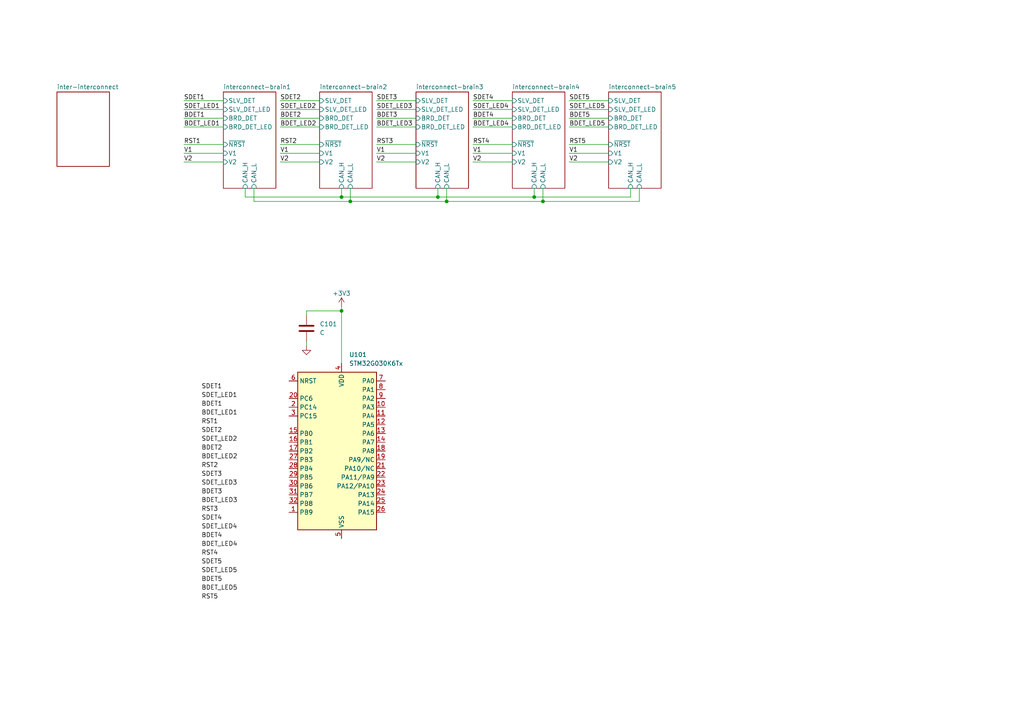
<source format=kicad_sch>
(kicad_sch (version 20230121) (generator eeschema)
  (paper "A4")
  (lib_symbols
    (symbol "Device:C" (pin_numbers hide) (pin_names (offset 0.254))
      (property "Reference" "C" (at 0.635 2.54 0))
      (property "Value" "C" (at 0.635 -2.54 0))
      (symbol "C_0_1"
        (polyline (pts (xy -2.032 -0.762) (xy 2.032 -0.762)) (stroke (width 0.508)))
        (polyline (pts (xy -2.032 0.762) (xy 2.032 0.762)) (stroke (width 0.508)))
      )
      (symbol "C_1_1"
        (pin passive line (at 0 3.81 270) (length 2.794) (name "~") (number "1"))
        (pin passive line (at 0 -3.81 90) (length 2.794) (name "~") (number "2"))
      )
    )
    (symbol "MCU_ST_STM32G0:STM32G030K6Tx"
      (property "Reference" "U" (at -10.16 24.13 0))
      (property "Value" "STM32G030K6Tx" (at 5.08 24.13 0))
      (symbol "STM32G030K6Tx_0_1"
        (rectangle (start -10.16 -22.86) (end 12.7 22.86) (stroke (width 0.254)) (fill (type background)))
      )
      (symbol "STM32G030K6Tx_1_1"
        (pin bidirectional line (at -12.7 -17.78 0) (length 2.54) (name "PB9") (number "1"))
        (pin bidirectional line (at 15.24 12.7 180) (length 2.54) (name "PA3") (number "10"))
        (pin bidirectional line (at 15.24 10.16 180) (length 2.54) (name "PA4") (number "11"))
        (pin bidirectional line (at 15.24 7.62 180) (length 2.54) (name "PA5") (number "12"))
        (pin bidirectional line (at 15.24 5.08 180) (length 2.54) (name "PA6") (number "13"))
        (pin bidirectional line (at 15.24 2.54 180) (length 2.54) (name "PA7") (number "14"))
        (pin bidirectional line (at -12.7 5.08 0) (length 2.54) (name "PB0") (number "15"))
        (pin bidirectional line (at -12.7 2.54 0) (length 2.54) (name "PB1") (number "16"))
        (pin bidirectional line (at -12.7 0 0) (length 2.54) (name "PB2") (number "17"))
        (pin bidirectional line (at 15.24 0 180) (length 2.54) (name "PA8") (number "18"))
        (pin bidirectional line (at 15.24 -2.54 180) (length 2.54) (name "PA9/NC") (number "19"))
        (pin bidirectional line (at -12.7 12.7 0) (length 2.54) (name "PC14") (number "2"))
        (pin bidirectional line (at -12.7 15.24 0) (length 2.54) (name "PC6") (number "20"))
        (pin bidirectional line (at 15.24 -5.08 180) (length 2.54) (name "PA10/NC") (number "21"))
        (pin bidirectional line (at 15.24 -7.62 180) (length 2.54) (name "PA11/PA9") (number "22"))
        (pin bidirectional line (at 15.24 -10.16 180) (length 2.54) (name "PA12/PA10") (number "23"))
        (pin bidirectional line (at 15.24 -12.7 180) (length 2.54) (name "PA13") (number "24"))
        (pin bidirectional line (at 15.24 -15.24 180) (length 2.54) (name "PA14") (number "25"))
        (pin bidirectional line (at 15.24 -17.78 180) (length 2.54) (name "PA15") (number "26"))
        (pin bidirectional line (at -12.7 -2.54 0) (length 2.54) (name "PB3") (number "27"))
        (pin bidirectional line (at -12.7 -5.08 0) (length 2.54) (name "PB4") (number "28"))
        (pin bidirectional line (at -12.7 -7.62 0) (length 2.54) (name "PB5") (number "29"))
        (pin bidirectional line (at -12.7 10.16 0) (length 2.54) (name "PC15") (number "3"))
        (pin bidirectional line (at -12.7 -10.16 0) (length 2.54) (name "PB6") (number "30"))
        (pin bidirectional line (at -12.7 -12.7 0) (length 2.54) (name "PB7") (number "31"))
        (pin bidirectional line (at -12.7 -15.24 0) (length 2.54) (name "PB8") (number "32"))
        (pin power_in line (at 2.54 25.4 270) (length 2.54) (name "VDD") (number "4"))
        (pin power_in line (at 2.54 -25.4 90) (length 2.54) (name "VSS") (number "5"))
        (pin input line (at -12.7 20.32 0) (length 2.54) (name "NRST") (number "6"))
        (pin bidirectional line (at 15.24 20.32 180) (length 2.54) (name "PA0") (number "7"))
        (pin bidirectional line (at 15.24 17.78 180) (length 2.54) (name "PA1") (number "8"))
        (pin bidirectional line (at 15.24 15.24 180) (length 2.54) (name "PA2") (number "9"))
      )
    )
    (symbol "power:+3V3" (power) (pin_names (offset 0))
      (property "Value" "+3V3" (at 0 3.556 0))
      (symbol "+3V3_0_1"
        (polyline (pts (xy -0.762 1.27) (xy 0 2.54)))
        (polyline (pts (xy 0 0) (xy 0 2.54)))
        (polyline (pts (xy 0 2.54) (xy 0.762 1.27)))
      )
      (symbol "+3V3_1_1"
        (pin power_in line (at 0 0 90) (length 0) hide (name "+3V3") (number "1"))
      )
    )
    (symbol "power:GND" (power) (pin_names (offset 0))
      (property "Value" "GND" (at 0 -3.81 0))
      (symbol "GND_0_1"
        (polyline (pts (xy 0 0) (xy 0 -1.27) (xy 1.27 -1.27) (xy 0 -2.54) (xy -1.27 -1.27) (xy 0 -1.27)))
      )
      (symbol "GND_1_1"
        (pin power_in line (at 0 0 270) (length 0) hide (name "GND") (number "1"))
      )
    )
  )
  (junction (at 99.06 57.15))
  (junction (at 99.06 90.17))
  (junction (at 154.94 57.15))
  (junction (at 101.6 58.42))
  (junction (at 157.48 58.42))
  (junction (at 127 57.15))
  (junction (at 129.54 58.42))
  (wire (pts (xy 165.1 29.21) (xy 176.53 29.21)))
  (wire (pts (xy 81.28 46.99) (xy 92.71 46.99)))
  (wire (pts (xy 73.66 54.61) (xy 73.66 58.42)))
  (wire (pts (xy 137.16 41.91) (xy 148.59 41.91)))
  (wire (pts (xy 109.22 46.99) (xy 120.65 46.99)))
  (wire (pts (xy 109.22 36.83) (xy 120.65 36.83)))
  (wire (pts (xy 165.1 34.29) (xy 176.53 34.29)))
  (wire (pts (xy 127 54.61) (xy 127 57.15)))
  (wire (pts (xy 109.22 44.45) (xy 120.65 44.45)))
  (wire (pts (xy 109.22 34.29) (xy 120.65 34.29)))
  (wire (pts (xy 53.34 41.91) (xy 64.77 41.91)))
  (wire (pts (xy 165.1 44.45) (xy 176.53 44.45)))
  (wire (pts (xy 165.1 36.83) (xy 176.53 36.83)))
  (wire (pts (xy 53.34 29.21) (xy 64.77 29.21)))
  (wire (pts (xy 129.54 54.61) (xy 129.54 58.42)))
  (wire (pts (xy 53.34 36.83) (xy 64.77 36.83)))
  (wire (pts (xy 165.1 31.75) (xy 176.53 31.75)))
  (wire (pts (xy 157.48 54.61) (xy 157.48 58.42)))
  (wire (pts (xy 88.9 90.17) (xy 99.06 90.17)))
  (wire (pts (xy 137.16 36.83) (xy 148.59 36.83)))
  (wire (pts (xy 81.28 34.29) (xy 92.71 34.29)))
  (wire (pts (xy 53.34 31.75) (xy 64.77 31.75)))
  (wire (pts (xy 109.22 41.91) (xy 120.65 41.91)))
  (wire (pts (xy 185.42 54.61) (xy 185.42 58.42)))
  (wire (pts (xy 137.16 44.45) (xy 148.59 44.45)))
  (wire (pts (xy 182.88 54.61) (xy 182.88 57.15)))
  (wire (pts (xy 53.34 46.99) (xy 64.77 46.99)))
  (wire (pts (xy 71.12 57.15) (xy 99.06 57.15)))
  (wire (pts (xy 99.06 57.15) (xy 127 57.15)))
  (wire (pts (xy 127 57.15) (xy 154.94 57.15)))
  (wire (pts (xy 137.16 34.29) (xy 148.59 34.29)))
  (wire (pts (xy 154.94 54.61) (xy 154.94 57.15)))
  (wire (pts (xy 88.9 100.33) (xy 88.9 99.06)))
  (wire (pts (xy 154.94 57.15) (xy 182.88 57.15)))
  (wire (pts (xy 165.1 46.99) (xy 176.53 46.99)))
  (wire (pts (xy 81.28 36.83) (xy 92.71 36.83)))
  (wire (pts (xy 53.34 44.45) (xy 64.77 44.45)))
  (wire (pts (xy 165.1 41.91) (xy 176.53 41.91)))
  (wire (pts (xy 81.28 41.91) (xy 92.71 41.91)))
  (wire (pts (xy 129.54 58.42) (xy 157.48 58.42)))
  (wire (pts (xy 101.6 54.61) (xy 101.6 58.42)))
  (wire (pts (xy 109.22 29.21) (xy 120.65 29.21)))
  (wire (pts (xy 99.06 54.61) (xy 99.06 57.15)))
  (wire (pts (xy 53.34 34.29) (xy 64.77 34.29)))
  (wire (pts (xy 81.28 31.75) (xy 92.71 31.75)))
  (wire (pts (xy 137.16 46.99) (xy 148.59 46.99)))
  (wire (pts (xy 88.9 91.44) (xy 88.9 90.17)))
  (wire (pts (xy 81.28 29.21) (xy 92.71 29.21)))
  (wire (pts (xy 137.16 31.75) (xy 148.59 31.75)))
  (wire (pts (xy 71.12 54.61) (xy 71.12 57.15)))
  (wire (pts (xy 81.28 44.45) (xy 92.71 44.45)))
  (wire (pts (xy 137.16 29.21) (xy 148.59 29.21)))
  (wire (pts (xy 99.06 90.17) (xy 99.06 105.41)))
  (wire (pts (xy 157.48 58.42) (xy 185.42 58.42)))
  (wire (pts (xy 73.66 58.42) (xy 101.6 58.42)))
  (wire (pts (xy 101.6 58.42) (xy 129.54 58.42)))
  (wire (pts (xy 109.22 31.75) (xy 120.65 31.75)))
  (wire (pts (xy 99.06 88.9) (xy 99.06 90.17)))
  (label "SDET_LED4" (at 137.16 31.75 0))
  (label "V1" (at 165.1 44.45 0))
  (label "BDET5" (at 58.42 168.91 0))
  (label "RST5" (at 165.1 41.91 0))
  (label "V2" (at 137.16 46.99 0))
  (label "SDET_LED3" (at 58.42 140.97 0))
  (label "RST2" (at 81.28 41.91 0))
  (label "BDET4" (at 58.42 156.21 0))
  (label "SDET_LED1" (at 58.42 115.57 0))
  (label "SDET_LED5" (at 58.42 166.37 0))
  (label "SDET_LED1" (at 53.34 31.75 0))
  (label "SDET_LED2" (at 58.42 128.27 0))
  (label "SDET1" (at 58.42 113.03 0))
  (label "RST1" (at 58.42 123.19 0))
  (label "BDET_LED1" (at 58.42 120.65 0))
  (label "BDET_LED3" (at 58.42 146.05 0))
  (label "V2" (at 109.22 46.99 0))
  (label "RST2" (at 58.42 135.89 0))
  (label "V2" (at 81.28 46.99 0))
  (label "BDET_LED5" (at 58.42 171.45 0))
  (label "BDET_LED2" (at 58.42 133.35 0))
  (label "BDET1" (at 58.42 118.11 0))
  (label "SDET_LED5" (at 165.1 31.75 0))
  (label "BDET_LED4" (at 137.16 36.83 0))
  (label "V2" (at 53.34 46.99 0))
  (label "V1" (at 137.16 44.45 0))
  (label "BDET2" (at 81.28 34.29 0))
  (label "BDET3" (at 58.42 143.51 0))
  (label "SDET_LED4" (at 58.42 153.67 0))
  (label "SDET5" (at 165.1 29.21 0))
  (label "RST5" (at 58.42 173.99 0))
  (label "SDET4" (at 137.16 29.21 0))
  (label "V2" (at 165.1 46.99 0))
  (label "RST3" (at 58.42 148.59 0))
  (label "BDET2" (at 58.42 130.81 0))
  (label "SDET1" (at 53.34 29.21 0))
  (label "BDET_LED3" (at 109.22 36.83 0))
  (label "SDET_LED3" (at 109.22 31.75 0))
  (label "V1" (at 109.22 44.45 0))
  (label "BDET5" (at 165.1 34.29 0))
  (label "SDET4" (at 58.42 151.13 0))
  (label "V1" (at 81.28 44.45 0))
  (label "RST4" (at 58.42 161.29 0))
  (label "SDET3" (at 109.22 29.21 0))
  (label "BDET4" (at 137.16 34.29 0))
  (label "SDET_LED2" (at 81.28 31.75 0))
  (label "BDET_LED5" (at 165.1 36.83 0))
  (label "RST1" (at 53.34 41.91 0))
  (label "BDET_LED2" (at 81.28 36.83 0))
  (label "SDET2" (at 81.28 29.21 0))
  (label "BDET1" (at 53.34 34.29 0))
  (label "BDET_LED1" (at 53.34 36.83 0))
  (label "SDET3" (at 58.42 138.43 0))
  (label "SDET2" (at 58.42 125.73 0))
  (label "SDET5" (at 58.42 163.83 0))
  (label "RST3" (at 109.22 41.91 0))
  (label "RST4" (at 137.16 41.91 0))
  (label "BDET3" (at 109.22 34.29 0))
  (label "V1" (at 53.34 44.45 0))
  (label "BDET_LED4" (at 58.42 158.75 0))
  (symbol (lib_id "power:+3V3") (at 99.06 88.9 0) (unit 1)
    (property "Reference" "#PWR0102" (effects hide))
    (property "Value" "+3V3" (at 99.06 85.09 0))
  )
  (symbol (lib_id "MCU_ST_STM32G0:STM32G030K6Tx") (at 96.52 130.81 0) (unit 1)
    (property "Reference" "U101" (at 101.2541 102.87 0) (effects (justify left)))
    (property "Value" "STM32G030K6Tx" (at 101.2541 105.41 0) (effects (justify left)))
    (property "Footprint" "Package_QFP:LQFP-32_7x7mm_P0.8mm" (effects hide))
    (property "Datasheet" "https://www.st.com/resource/en/datasheet/stm32g030k6.pdf" (effects hide))
  )
  (symbol (lib_id "Device:C") (at 88.9 95.25 0) (unit 1)
    (property "Reference" "C101" (at 92.71 93.98 0) (effects (justify left)))
    (property "Value" "C" (at 92.71 96.52 0) (effects (justify left)))
    (property "Footprint" "Capacitor_SMD:C_0603_1608Metric" (effects hide))
  )
  (symbol (lib_id "power:GND") (at 88.9 100.33 0) (unit 1)
    (property "Reference" "#PWR0101" (effects hide))
    (property "Value" "GND" (effects hide))
  )
  (sheet (at 176.53 26.67) (size 15.24 27.94) (stroke (width 0.1524))
    (property "Sheetname" "interconnect-brain5" (at 176.53 25.9584 0) (effects (justify left bottom)))
    (property "Sheetfile" "interconnect-brain.kicad_sch" (effects hide))
    (pin "V2" input (at 176.53 46.99 180))
    (pin "V1" input (at 176.53 44.45 180))
    (pin "CAN_L" input (at 185.42 54.61 270))
    (pin "CAN_H" input (at 182.88 54.61 270))
    (pin "~{NRST}" input (at 176.53 41.91 180))
    (pin "BRD_DET_LED" input (at 176.53 36.83 180))
    (pin "SLV_DET" input (at 176.53 29.21 180))
    (pin "BRD_DET" input (at 176.53 34.29 180))
    (pin "SLV_DET_LED" input (at 176.53 31.75 180))
  )
  (sheet (at 92.71 26.67) (size 15.24 27.94) (stroke (width 0.1524))
    (property "Sheetname" "interconnect-brain2" (at 92.71 25.9584 0) (effects (justify left bottom)))
    (property "Sheetfile" "interconnect-brain.kicad_sch" (effects hide))
    (pin "V2" input (at 92.71 46.99 180))
    (pin "V1" input (at 92.71 44.45 180))
    (pin "CAN_L" input (at 101.6 54.61 270))
    (pin "CAN_H" input (at 99.06 54.61 270))
    (pin "~{NRST}" input (at 92.71 41.91 180))
    (pin "BRD_DET_LED" input (at 92.71 36.83 180))
    (pin "SLV_DET" input (at 92.71 29.21 180))
    (pin "BRD_DET" input (at 92.71 34.29 180))
    (pin "SLV_DET_LED" input (at 92.71 31.75 180))
  )
  (sheet (at 16.51 26.67) (size 15.24 21.59) (stroke (width 0.1524))
    (property "Sheetname" "inter-interconnect" (at 16.51 25.9584 0) (effects (justify left bottom)))
    (property "Sheetfile" "inter-interconnect.kicad_sch" (effects hide))
  )
  (sheet (at 64.77 26.67) (size 15.24 27.94) (stroke (width 0.1524))
    (property "Sheetname" "interconnect-brain1" (at 64.77 25.9584 0) (effects (justify left bottom)))
    (property "Sheetfile" "interconnect-brain.kicad_sch" (effects hide))
    (pin "V2" input (at 64.77 46.99 180))
    (pin "V1" input (at 64.77 44.45 180))
    (pin "CAN_L" input (at 73.66 54.61 270))
    (pin "CAN_H" input (at 71.12 54.61 270))
    (pin "~{NRST}" input (at 64.77 41.91 180))
    (pin "BRD_DET_LED" input (at 64.77 36.83 180))
    (pin "SLV_DET" input (at 64.77 29.21 180))
    (pin "BRD_DET" input (at 64.77 34.29 180))
    (pin "SLV_DET_LED" input (at 64.77 31.75 180))
  )
  (sheet (at 148.59 26.67) (size 15.24 27.94) (stroke (width 0.1524))
    (property "Sheetname" "interconnect-brain4" (at 148.59 25.9584 0) (effects (justify left bottom)))
    (property "Sheetfile" "interconnect-brain.kicad_sch" (effects hide))
    (pin "V2" input (at 148.59 46.99 180))
    (pin "V1" input (at 148.59 44.45 180))
    (pin "CAN_L" input (at 157.48 54.61 270))
    (pin "CAN_H" input (at 154.94 54.61 270))
    (pin "~{NRST}" input (at 148.59 41.91 180))
    (pin "BRD_DET_LED" input (at 148.59 36.83 180))
    (pin "SLV_DET" input (at 148.59 29.21 180))
    (pin "BRD_DET" input (at 148.59 34.29 180))
    (pin "SLV_DET_LED" input (at 148.59 31.75 180))
  )
  (sheet (at 120.65 26.67) (size 15.24 27.94) (stroke (width 0.1524))
    (property "Sheetname" "interconnect-brain3" (at 120.65 25.9584 0) (effects (justify left bottom)))
    (property "Sheetfile" "interconnect-brain.kicad_sch" (effects hide))
    (pin "V2" input (at 120.65 46.99 180))
    (pin "V1" input (at 120.65 44.45 180))
    (pin "CAN_L" input (at 129.54 54.61 270))
    (pin "CAN_H" input (at 127 54.61 270))
    (pin "~{NRST}" input (at 120.65 41.91 180))
    (pin "BRD_DET_LED" input (at 120.65 36.83 180))
    (pin "SLV_DET" input (at 120.65 29.21 180))
    (pin "BRD_DET" input (at 120.65 34.29 180))
    (pin "SLV_DET_LED" input (at 120.65 31.75 180))
  )
)
</source>
